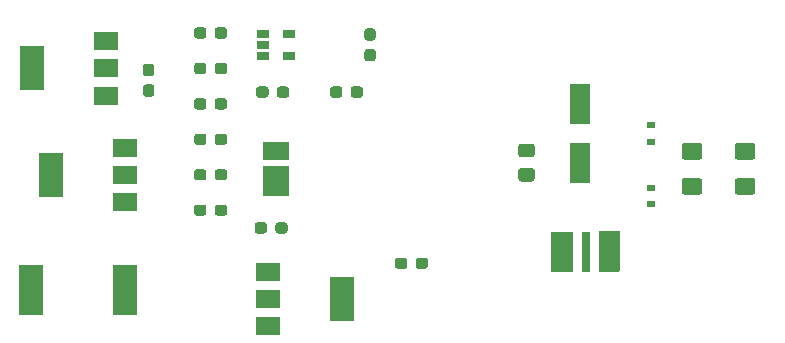
<source format=gbr>
G04 #@! TF.GenerationSoftware,KiCad,Pcbnew,5.1.6+dfsg1-1*
G04 #@! TF.CreationDate,2020-07-15T23:43:31+02:00*
G04 #@! TF.ProjectId,continuity,636f6e74-696e-4756-9974-792e6b696361,rev?*
G04 #@! TF.SameCoordinates,Original*
G04 #@! TF.FileFunction,Paste,Top*
G04 #@! TF.FilePolarity,Positive*
%FSLAX46Y46*%
G04 Gerber Fmt 4.6, Leading zero omitted, Abs format (unit mm)*
G04 Created by KiCad (PCBNEW 5.1.6+dfsg1-1) date 2020-07-15 23:43:31*
%MOMM*%
%LPD*%
G01*
G04 APERTURE LIST*
%ADD10R,2.000000X4.200000*%
%ADD11R,2.000000X1.500000*%
%ADD12R,2.000000X3.800000*%
%ADD13R,2.200000X1.550000*%
%ADD14R,2.200000X2.500000*%
%ADD15R,0.800000X3.400000*%
%ADD16C,0.100000*%
%ADD17R,1.850000X3.400000*%
%ADD18R,1.060000X0.650000*%
%ADD19R,0.700000X0.600000*%
%ADD20R,1.800000X3.500000*%
G04 APERTURE END LIST*
D10*
X95500000Y-92250000D03*
X103500000Y-92250000D03*
D11*
X101900000Y-75800000D03*
X101900000Y-71200000D03*
X101900000Y-73500000D03*
D12*
X95600000Y-73500000D03*
D13*
X116250000Y-80475000D03*
D14*
X116250000Y-83050000D03*
D15*
X142500000Y-89000000D03*
D16*
G36*
X145450000Y-90530000D02*
G01*
X145280000Y-90700000D01*
X143600000Y-90700000D01*
X143600000Y-87300000D01*
X145450000Y-87300000D01*
X145450000Y-90530000D01*
G37*
D17*
X140475000Y-89000000D03*
G36*
G01*
X137950001Y-81025000D02*
X137049999Y-81025000D01*
G75*
G02*
X136800000Y-80775001I0J249999D01*
G01*
X136800000Y-80124999D01*
G75*
G02*
X137049999Y-79875000I249999J0D01*
G01*
X137950001Y-79875000D01*
G75*
G02*
X138200000Y-80124999I0J-249999D01*
G01*
X138200000Y-80775001D01*
G75*
G02*
X137950001Y-81025000I-249999J0D01*
G01*
G37*
G36*
G01*
X137950001Y-83075000D02*
X137049999Y-83075000D01*
G75*
G02*
X136800000Y-82825001I0J249999D01*
G01*
X136800000Y-82174999D01*
G75*
G02*
X137049999Y-81925000I249999J0D01*
G01*
X137950001Y-81925000D01*
G75*
G02*
X138200000Y-82174999I0J-249999D01*
G01*
X138200000Y-82825001D01*
G75*
G02*
X137950001Y-83075000I-249999J0D01*
G01*
G37*
G36*
G01*
X152125000Y-81225000D02*
X150875000Y-81225000D01*
G75*
G02*
X150625000Y-80975000I0J250000D01*
G01*
X150625000Y-80050000D01*
G75*
G02*
X150875000Y-79800000I250000J0D01*
G01*
X152125000Y-79800000D01*
G75*
G02*
X152375000Y-80050000I0J-250000D01*
G01*
X152375000Y-80975000D01*
G75*
G02*
X152125000Y-81225000I-250000J0D01*
G01*
G37*
G36*
G01*
X152125000Y-84200000D02*
X150875000Y-84200000D01*
G75*
G02*
X150625000Y-83950000I0J250000D01*
G01*
X150625000Y-83025000D01*
G75*
G02*
X150875000Y-82775000I250000J0D01*
G01*
X152125000Y-82775000D01*
G75*
G02*
X152375000Y-83025000I0J-250000D01*
G01*
X152375000Y-83950000D01*
G75*
G02*
X152125000Y-84200000I-250000J0D01*
G01*
G37*
G36*
G01*
X155375000Y-82775000D02*
X156625000Y-82775000D01*
G75*
G02*
X156875000Y-83025000I0J-250000D01*
G01*
X156875000Y-83950000D01*
G75*
G02*
X156625000Y-84200000I-250000J0D01*
G01*
X155375000Y-84200000D01*
G75*
G02*
X155125000Y-83950000I0J250000D01*
G01*
X155125000Y-83025000D01*
G75*
G02*
X155375000Y-82775000I250000J0D01*
G01*
G37*
G36*
G01*
X155375000Y-79800000D02*
X156625000Y-79800000D01*
G75*
G02*
X156875000Y-80050000I0J-250000D01*
G01*
X156875000Y-80975000D01*
G75*
G02*
X156625000Y-81225000I-250000J0D01*
G01*
X155375000Y-81225000D01*
G75*
G02*
X155125000Y-80975000I0J250000D01*
G01*
X155125000Y-80050000D01*
G75*
G02*
X155375000Y-79800000I250000J0D01*
G01*
G37*
D18*
X117350000Y-70550000D03*
X117350000Y-72450000D03*
X115150000Y-72450000D03*
X115150000Y-71500000D03*
X115150000Y-70550000D03*
G36*
G01*
X111100000Y-70737500D02*
X111100000Y-70262500D01*
G75*
G02*
X111337500Y-70025000I237500J0D01*
G01*
X111912500Y-70025000D01*
G75*
G02*
X112150000Y-70262500I0J-237500D01*
G01*
X112150000Y-70737500D01*
G75*
G02*
X111912500Y-70975000I-237500J0D01*
G01*
X111337500Y-70975000D01*
G75*
G02*
X111100000Y-70737500I0J237500D01*
G01*
G37*
G36*
G01*
X109350000Y-70737500D02*
X109350000Y-70262500D01*
G75*
G02*
X109587500Y-70025000I237500J0D01*
G01*
X110162500Y-70025000D01*
G75*
G02*
X110400000Y-70262500I0J-237500D01*
G01*
X110400000Y-70737500D01*
G75*
G02*
X110162500Y-70975000I-237500J0D01*
G01*
X109587500Y-70975000D01*
G75*
G02*
X109350000Y-70737500I0J237500D01*
G01*
G37*
G36*
G01*
X115650000Y-75262500D02*
X115650000Y-75737500D01*
G75*
G02*
X115412500Y-75975000I-237500J0D01*
G01*
X114837500Y-75975000D01*
G75*
G02*
X114600000Y-75737500I0J237500D01*
G01*
X114600000Y-75262500D01*
G75*
G02*
X114837500Y-75025000I237500J0D01*
G01*
X115412500Y-75025000D01*
G75*
G02*
X115650000Y-75262500I0J-237500D01*
G01*
G37*
G36*
G01*
X117400000Y-75262500D02*
X117400000Y-75737500D01*
G75*
G02*
X117162500Y-75975000I-237500J0D01*
G01*
X116587500Y-75975000D01*
G75*
G02*
X116350000Y-75737500I0J237500D01*
G01*
X116350000Y-75262500D01*
G75*
G02*
X116587500Y-75025000I237500J0D01*
G01*
X117162500Y-75025000D01*
G75*
G02*
X117400000Y-75262500I0J-237500D01*
G01*
G37*
G36*
G01*
X122600000Y-75737500D02*
X122600000Y-75262500D01*
G75*
G02*
X122837500Y-75025000I237500J0D01*
G01*
X123412500Y-75025000D01*
G75*
G02*
X123650000Y-75262500I0J-237500D01*
G01*
X123650000Y-75737500D01*
G75*
G02*
X123412500Y-75975000I-237500J0D01*
G01*
X122837500Y-75975000D01*
G75*
G02*
X122600000Y-75737500I0J237500D01*
G01*
G37*
G36*
G01*
X120850000Y-75737500D02*
X120850000Y-75262500D01*
G75*
G02*
X121087500Y-75025000I237500J0D01*
G01*
X121662500Y-75025000D01*
G75*
G02*
X121900000Y-75262500I0J-237500D01*
G01*
X121900000Y-75737500D01*
G75*
G02*
X121662500Y-75975000I-237500J0D01*
G01*
X121087500Y-75975000D01*
G75*
G02*
X120850000Y-75737500I0J237500D01*
G01*
G37*
G36*
G01*
X111100000Y-73737500D02*
X111100000Y-73262500D01*
G75*
G02*
X111337500Y-73025000I237500J0D01*
G01*
X111912500Y-73025000D01*
G75*
G02*
X112150000Y-73262500I0J-237500D01*
G01*
X112150000Y-73737500D01*
G75*
G02*
X111912500Y-73975000I-237500J0D01*
G01*
X111337500Y-73975000D01*
G75*
G02*
X111100000Y-73737500I0J237500D01*
G01*
G37*
G36*
G01*
X109350000Y-73737500D02*
X109350000Y-73262500D01*
G75*
G02*
X109587500Y-73025000I237500J0D01*
G01*
X110162500Y-73025000D01*
G75*
G02*
X110400000Y-73262500I0J-237500D01*
G01*
X110400000Y-73737500D01*
G75*
G02*
X110162500Y-73975000I-237500J0D01*
G01*
X109587500Y-73975000D01*
G75*
G02*
X109350000Y-73737500I0J237500D01*
G01*
G37*
G36*
G01*
X105262500Y-74850000D02*
X105737500Y-74850000D01*
G75*
G02*
X105975000Y-75087500I0J-237500D01*
G01*
X105975000Y-75662500D01*
G75*
G02*
X105737500Y-75900000I-237500J0D01*
G01*
X105262500Y-75900000D01*
G75*
G02*
X105025000Y-75662500I0J237500D01*
G01*
X105025000Y-75087500D01*
G75*
G02*
X105262500Y-74850000I237500J0D01*
G01*
G37*
G36*
G01*
X105262500Y-73100000D02*
X105737500Y-73100000D01*
G75*
G02*
X105975000Y-73337500I0J-237500D01*
G01*
X105975000Y-73912500D01*
G75*
G02*
X105737500Y-74150000I-237500J0D01*
G01*
X105262500Y-74150000D01*
G75*
G02*
X105025000Y-73912500I0J237500D01*
G01*
X105025000Y-73337500D01*
G75*
G02*
X105262500Y-73100000I237500J0D01*
G01*
G37*
G36*
G01*
X111100000Y-82737500D02*
X111100000Y-82262500D01*
G75*
G02*
X111337500Y-82025000I237500J0D01*
G01*
X111912500Y-82025000D01*
G75*
G02*
X112150000Y-82262500I0J-237500D01*
G01*
X112150000Y-82737500D01*
G75*
G02*
X111912500Y-82975000I-237500J0D01*
G01*
X111337500Y-82975000D01*
G75*
G02*
X111100000Y-82737500I0J237500D01*
G01*
G37*
G36*
G01*
X109350000Y-82737500D02*
X109350000Y-82262500D01*
G75*
G02*
X109587500Y-82025000I237500J0D01*
G01*
X110162500Y-82025000D01*
G75*
G02*
X110400000Y-82262500I0J-237500D01*
G01*
X110400000Y-82737500D01*
G75*
G02*
X110162500Y-82975000I-237500J0D01*
G01*
X109587500Y-82975000D01*
G75*
G02*
X109350000Y-82737500I0J237500D01*
G01*
G37*
G36*
G01*
X111100000Y-79737500D02*
X111100000Y-79262500D01*
G75*
G02*
X111337500Y-79025000I237500J0D01*
G01*
X111912500Y-79025000D01*
G75*
G02*
X112150000Y-79262500I0J-237500D01*
G01*
X112150000Y-79737500D01*
G75*
G02*
X111912500Y-79975000I-237500J0D01*
G01*
X111337500Y-79975000D01*
G75*
G02*
X111100000Y-79737500I0J237500D01*
G01*
G37*
G36*
G01*
X109350000Y-79737500D02*
X109350000Y-79262500D01*
G75*
G02*
X109587500Y-79025000I237500J0D01*
G01*
X110162500Y-79025000D01*
G75*
G02*
X110400000Y-79262500I0J-237500D01*
G01*
X110400000Y-79737500D01*
G75*
G02*
X110162500Y-79975000I-237500J0D01*
G01*
X109587500Y-79975000D01*
G75*
G02*
X109350000Y-79737500I0J237500D01*
G01*
G37*
G36*
G01*
X111100000Y-85737500D02*
X111100000Y-85262500D01*
G75*
G02*
X111337500Y-85025000I237500J0D01*
G01*
X111912500Y-85025000D01*
G75*
G02*
X112150000Y-85262500I0J-237500D01*
G01*
X112150000Y-85737500D01*
G75*
G02*
X111912500Y-85975000I-237500J0D01*
G01*
X111337500Y-85975000D01*
G75*
G02*
X111100000Y-85737500I0J237500D01*
G01*
G37*
G36*
G01*
X109350000Y-85737500D02*
X109350000Y-85262500D01*
G75*
G02*
X109587500Y-85025000I237500J0D01*
G01*
X110162500Y-85025000D01*
G75*
G02*
X110400000Y-85262500I0J-237500D01*
G01*
X110400000Y-85737500D01*
G75*
G02*
X110162500Y-85975000I-237500J0D01*
G01*
X109587500Y-85975000D01*
G75*
G02*
X109350000Y-85737500I0J237500D01*
G01*
G37*
G36*
G01*
X116225000Y-87237500D02*
X116225000Y-86762500D01*
G75*
G02*
X116462500Y-86525000I237500J0D01*
G01*
X117037500Y-86525000D01*
G75*
G02*
X117275000Y-86762500I0J-237500D01*
G01*
X117275000Y-87237500D01*
G75*
G02*
X117037500Y-87475000I-237500J0D01*
G01*
X116462500Y-87475000D01*
G75*
G02*
X116225000Y-87237500I0J237500D01*
G01*
G37*
G36*
G01*
X114475000Y-87237500D02*
X114475000Y-86762500D01*
G75*
G02*
X114712500Y-86525000I237500J0D01*
G01*
X115287500Y-86525000D01*
G75*
G02*
X115525000Y-86762500I0J-237500D01*
G01*
X115525000Y-87237500D01*
G75*
G02*
X115287500Y-87475000I-237500J0D01*
G01*
X114712500Y-87475000D01*
G75*
G02*
X114475000Y-87237500I0J237500D01*
G01*
G37*
G36*
G01*
X128100000Y-90237500D02*
X128100000Y-89762500D01*
G75*
G02*
X128337500Y-89525000I237500J0D01*
G01*
X128912500Y-89525000D01*
G75*
G02*
X129150000Y-89762500I0J-237500D01*
G01*
X129150000Y-90237500D01*
G75*
G02*
X128912500Y-90475000I-237500J0D01*
G01*
X128337500Y-90475000D01*
G75*
G02*
X128100000Y-90237500I0J237500D01*
G01*
G37*
G36*
G01*
X126350000Y-90237500D02*
X126350000Y-89762500D01*
G75*
G02*
X126587500Y-89525000I237500J0D01*
G01*
X127162500Y-89525000D01*
G75*
G02*
X127400000Y-89762500I0J-237500D01*
G01*
X127400000Y-90237500D01*
G75*
G02*
X127162500Y-90475000I-237500J0D01*
G01*
X126587500Y-90475000D01*
G75*
G02*
X126350000Y-90237500I0J237500D01*
G01*
G37*
D11*
X103500000Y-84800000D03*
X103500000Y-80200000D03*
X103500000Y-82500000D03*
D12*
X97200000Y-82500000D03*
D11*
X115600000Y-90700000D03*
X115600000Y-95300000D03*
X115600000Y-93000000D03*
D12*
X121900000Y-93000000D03*
D19*
X148000000Y-79700000D03*
X148000000Y-78300000D03*
X148000000Y-85000000D03*
X148000000Y-83600000D03*
D20*
X142000000Y-76500000D03*
X142000000Y-81500000D03*
G36*
G01*
X124487500Y-71150000D02*
X124012500Y-71150000D01*
G75*
G02*
X123775000Y-70912500I0J237500D01*
G01*
X123775000Y-70337500D01*
G75*
G02*
X124012500Y-70100000I237500J0D01*
G01*
X124487500Y-70100000D01*
G75*
G02*
X124725000Y-70337500I0J-237500D01*
G01*
X124725000Y-70912500D01*
G75*
G02*
X124487500Y-71150000I-237500J0D01*
G01*
G37*
G36*
G01*
X124487500Y-72900000D02*
X124012500Y-72900000D01*
G75*
G02*
X123775000Y-72662500I0J237500D01*
G01*
X123775000Y-72087500D01*
G75*
G02*
X124012500Y-71850000I237500J0D01*
G01*
X124487500Y-71850000D01*
G75*
G02*
X124725000Y-72087500I0J-237500D01*
G01*
X124725000Y-72662500D01*
G75*
G02*
X124487500Y-72900000I-237500J0D01*
G01*
G37*
G36*
G01*
X110400000Y-76262500D02*
X110400000Y-76737500D01*
G75*
G02*
X110162500Y-76975000I-237500J0D01*
G01*
X109587500Y-76975000D01*
G75*
G02*
X109350000Y-76737500I0J237500D01*
G01*
X109350000Y-76262500D01*
G75*
G02*
X109587500Y-76025000I237500J0D01*
G01*
X110162500Y-76025000D01*
G75*
G02*
X110400000Y-76262500I0J-237500D01*
G01*
G37*
G36*
G01*
X112150000Y-76262500D02*
X112150000Y-76737500D01*
G75*
G02*
X111912500Y-76975000I-237500J0D01*
G01*
X111337500Y-76975000D01*
G75*
G02*
X111100000Y-76737500I0J237500D01*
G01*
X111100000Y-76262500D01*
G75*
G02*
X111337500Y-76025000I237500J0D01*
G01*
X111912500Y-76025000D01*
G75*
G02*
X112150000Y-76262500I0J-237500D01*
G01*
G37*
M02*

</source>
